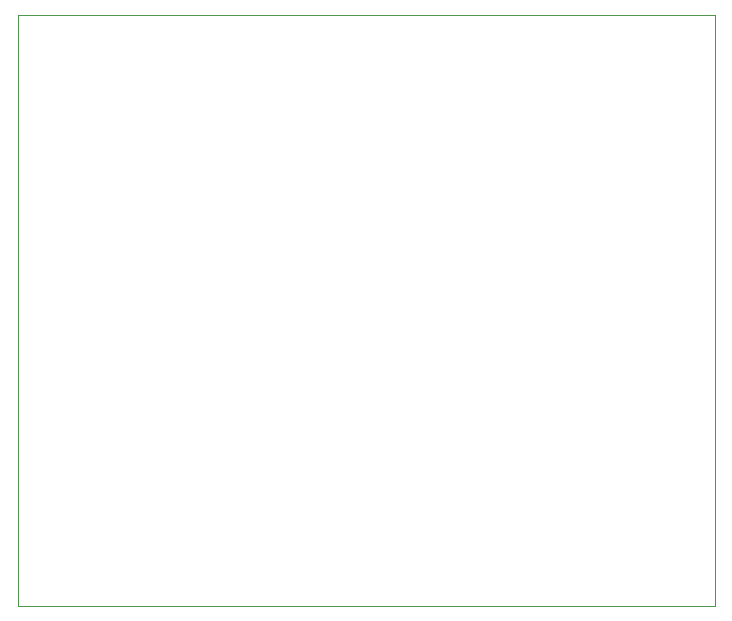
<source format=gbr>
%TF.GenerationSoftware,KiCad,Pcbnew,(5.1.10)-1*%
%TF.CreationDate,2021-11-06T01:00:33+01:00*%
%TF.ProjectId,xlAnchor,786c416e-6368-46f7-922e-6b696361645f,rev?*%
%TF.SameCoordinates,Original*%
%TF.FileFunction,Profile,NP*%
%FSLAX46Y46*%
G04 Gerber Fmt 4.6, Leading zero omitted, Abs format (unit mm)*
G04 Created by KiCad (PCBNEW (5.1.10)-1) date 2021-11-06 01:00:33*
%MOMM*%
%LPD*%
G01*
G04 APERTURE LIST*
%TA.AperFunction,Profile*%
%ADD10C,0.050000*%
%TD*%
G04 APERTURE END LIST*
D10*
X158000000Y-16000000D02*
X99000000Y-16000000D01*
X158000000Y-66000000D02*
X158000000Y-16000000D01*
X99000000Y-66000000D02*
X158000000Y-66000000D01*
X99000000Y-16000000D02*
X99000000Y-66000000D01*
M02*

</source>
